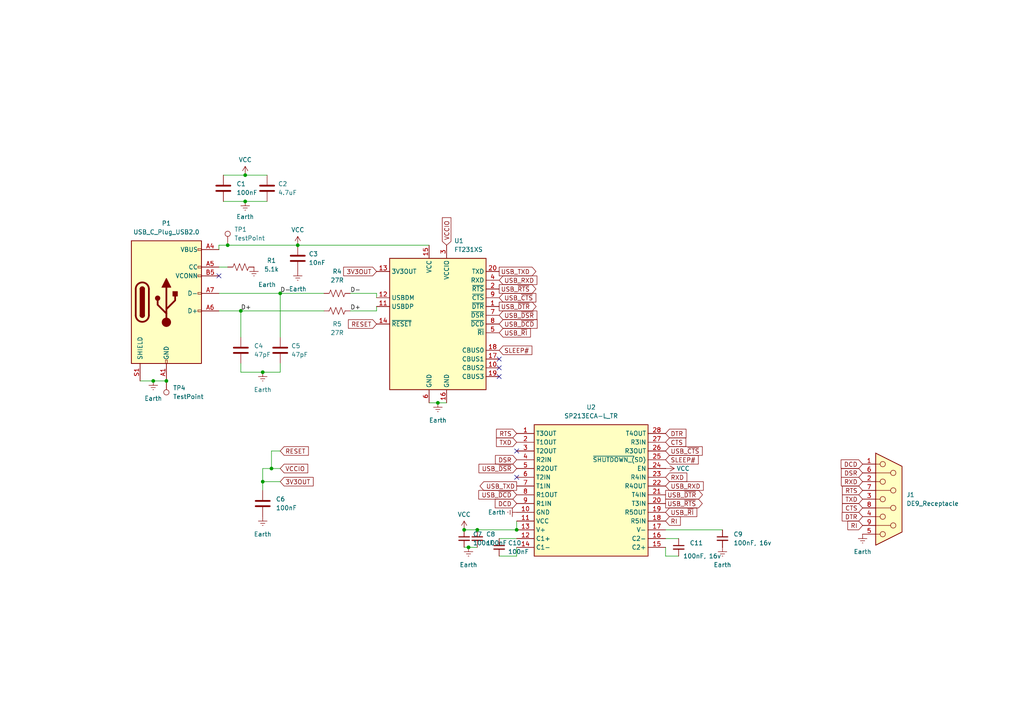
<source format=kicad_sch>
(kicad_sch (version 20231120) (generator "eeschema") (generator_version "8.0")
  (paper "A4")
  (lib_symbols
    (symbol "Connector:DE9_Receptacle" (pin_names (offset 1.016) hide)
      (property "Reference" "J1" (at 5.08 1.2701 0))
      (property "Value" "DE9_Receptacle" (at 5.08 -1.2699 0))
      (symbol "DE9_Receptacle_0_1"
        (circle (center -1.778 -10.16) (radius 0.762))
        (circle (center -1.778 -5.08) (radius 0.762))
        (circle (center -1.778 0) (radius 0.762))
        (circle (center -1.778 5.08) (radius 0.762))
        (circle (center -1.778 10.16) (radius 0.762))
        (polyline (pts (xy -3.81 -10.16) (xy -2.54 -10.16)))
        (polyline (pts (xy -3.81 -7.62) (xy 0.508 -7.62)))
        (polyline (pts (xy -3.81 -5.08) (xy -2.54 -5.08)))
        (polyline (pts (xy -3.81 -2.54) (xy 0.508 -2.54)))
        (polyline (pts (xy -3.81 0) (xy -2.54 0)))
        (polyline (pts (xy -3.81 2.54) (xy 0.508 2.54)))
        (polyline (pts (xy -3.81 5.08) (xy -2.54 5.08)))
        (polyline (pts (xy -3.81 7.62) (xy 0.508 7.62)))
        (polyline (pts (xy -3.81 10.16) (xy -2.54 10.16)))
        (polyline (pts (xy -3.81 13.335) (xy -3.81 -13.335) (xy 3.81 -9.525) (xy 3.81 9.525) (xy -3.81 13.335)) (stroke (width 0.254)) (fill (type background)))
        (circle (center 1.27 -7.62) (radius 0.762))
        (circle (center 1.27 -2.54) (radius 0.762))
        (circle (center 1.27 2.54) (radius 0.762))
        (circle (center 1.27 7.62) (radius 0.762))
      )
      (symbol "DE9_Receptacle_1_1"
        (pin passive line (at -7.62 10.16 0) (length 3.81) (name "1") (number "1"))
        (pin passive line (at -7.62 -10.16 0) (length 3.81) hide (name "5") (number "10"))
        (pin passive line (at -7.62 -10.16 0) (length 3.81) hide (name "5") (number "11"))
        (pin passive line (at -7.62 5.08 0) (length 3.81) (name "2") (number "2"))
        (pin passive line (at -7.62 0 0) (length 3.81) (name "3") (number "3"))
        (pin passive line (at -7.62 -5.08 0) (length 3.81) (name "4") (number "4"))
        (pin passive line (at -7.62 -10.16 0) (length 3.81) (name "5") (number "5"))
        (pin passive line (at -7.62 7.62 0) (length 3.81) (name "6") (number "6"))
        (pin passive line (at -7.62 2.54 0) (length 3.81) (name "7") (number "7"))
        (pin passive line (at -7.62 -2.54 0) (length 3.81) (name "8") (number "8"))
        (pin passive line (at -7.62 -7.62 0) (length 3.81) (name "9") (number "9"))
      )
    )
    (symbol "Connector:TestPoint" (pin_numbers hide) (pin_names (offset 0.762) hide)
      (property "Reference" "TP" (at 0 6.858 0))
      (property "Value" "TestPoint" (at 0 5.08 0))
      (symbol "TestPoint_0_1"
        (circle (center 0 3.302) (radius 0.762))
      )
      (symbol "TestPoint_1_1"
        (pin passive line (at 0 0 90) (length 2.54) (name "1") (number "1"))
      )
    )
    (symbol "Connector:USB_C_Plug_USB2.0" (pin_names (offset 1.016))
      (property "Reference" "P" (at -10.16 19.05 0))
      (property "Value" "USB_C_Plug_USB2.0" (at 12.7 19.05 0))
      (symbol "USB_C_Plug_USB2.0_0_0"
        (rectangle (start -0.254 -17.78) (end 0.254 -16.764))
        (rectangle (start 10.16 -2.286) (end 9.144 -2.794))
        (rectangle (start 10.16 2.794) (end 9.144 2.286))
        (rectangle (start 10.16 7.874) (end 9.144 7.366))
        (rectangle (start 10.16 10.414) (end 9.144 9.906))
        (rectangle (start 10.16 15.494) (end 9.144 14.986))
      )
      (symbol "USB_C_Plug_USB2.0_0_1"
        (rectangle (start -10.16 17.78) (end 10.16 -17.78) (stroke (width 0.254)) (fill (type background)))
        (arc (start -8.89 -3.81) (mid -6.985 -5.7067) (end -5.08 -3.81) (stroke (width 0.508)))
        (arc (start -7.62 -3.81) (mid -6.985 -4.4423) (end -6.35 -3.81) (stroke (width 0.254)))
        (arc (start -7.62 -3.81) (mid -6.985 -4.4423) (end -6.35 -3.81) (stroke (width 0.254)) (fill (type outline)))
        (rectangle (start -7.62 -3.81) (end -6.35 3.81) (stroke (width 0.254)) (fill (type outline)))
        (arc (start -6.35 3.81) (mid -6.985 4.4423) (end -7.62 3.81) (stroke (width 0.254)))
        (arc (start -6.35 3.81) (mid -6.985 4.4423) (end -7.62 3.81) (stroke (width 0.254)) (fill (type outline)))
        (arc (start -5.08 3.81) (mid -6.985 5.7067) (end -8.89 3.81) (stroke (width 0.508)))
        (circle (center -2.54 1.143) (radius 0.635) (stroke (width 0.254)) (fill (type outline)))
        (circle (center 0 -5.842) (radius 1.27) (fill (type outline)))
        (polyline (pts (xy -8.89 -3.81) (xy -8.89 3.81)) (stroke (width 0.508)))
        (polyline (pts (xy -5.08 3.81) (xy -5.08 -3.81)) (stroke (width 0.508)))
        (polyline (pts (xy 0 -5.842) (xy 0 4.318)) (stroke (width 0.508)))
        (polyline (pts (xy 0 -3.302) (xy -2.54 -0.762) (xy -2.54 0.508)) (stroke (width 0.508)))
        (polyline (pts (xy 0 -2.032) (xy 2.54 0.508) (xy 2.54 1.778)) (stroke (width 0.508)))
        (polyline (pts (xy -1.27 4.318) (xy 0 6.858) (xy 1.27 4.318) (xy -1.27 4.318)) (stroke (width 0.254)) (fill (type outline)))
        (rectangle (start 1.905 1.778) (end 3.175 3.048) (stroke (width 0.254)) (fill (type outline)))
      )
      (symbol "USB_C_Plug_USB2.0_1_1"
        (pin passive line (at 0 -22.86 90) (length 5.08) (name "GND") (number "A1"))
        (pin passive line (at 0 -22.86 90) (length 5.08) hide (name "GND") (number "A12"))
        (pin passive line (at 15.24 15.24 180) (length 5.08) (name "VBUS") (number "A4"))
        (pin bidirectional line (at 15.24 10.16 180) (length 5.08) (name "CC") (number "A5"))
        (pin bidirectional line (at 15.24 -2.54 180) (length 5.08) (name "D+") (number "A6"))
        (pin bidirectional line (at 15.24 2.54 180) (length 5.08) (name "D-") (number "A7"))
        (pin passive line (at 15.24 15.24 180) (length 5.08) hide (name "VBUS") (number "A9"))
        (pin passive line (at 0 -22.86 90) (length 5.08) hide (name "GND") (number "B1"))
        (pin passive line (at 0 -22.86 90) (length 5.08) hide (name "GND") (number "B12"))
        (pin passive line (at 15.24 15.24 180) (length 5.08) hide (name "VBUS") (number "B4"))
        (pin bidirectional line (at 15.24 7.62 180) (length 5.08) (name "VCONN") (number "B5"))
        (pin passive line (at 15.24 15.24 180) (length 5.08) hide (name "VBUS") (number "B9"))
        (pin passive line (at -7.62 -22.86 90) (length 5.08) (name "SHIELD") (number "S1"))
      )
    )
    (symbol "DB9 RS232 Adapter:SP213ECA-L_TR"
      (property "Reference" "IC?" (at 21.59 6.985 0))
      (property "Value" "SP213ECA-L_TR" (at 21.59 4.445 0))
      (symbol "SP213ECA-L_TR_1_1"
        (rectangle (start 5.08 2.54) (end 38.1 -35.56) (stroke (width 0.254)) (fill (type background)))
        (pin passive line (at 0 0 0) (length 5.08) (name "T3OUT") (number "1"))
        (pin passive line (at 0 -22.86 0) (length 5.08) (name "GND") (number "10"))
        (pin passive line (at 0 -25.4 0) (length 5.08) (name "VCC") (number "11"))
        (pin passive line (at 0 -30.48 0) (length 5.08) (name "C1+") (number "12"))
        (pin passive line (at 0 -27.94 0) (length 5.08) (name "V+") (number "13"))
        (pin passive line (at 0 -33.02 0) (length 5.08) (name "C1-") (number "14"))
        (pin passive line (at 43.18 -33.02 180) (length 5.08) (name "C2+") (number "15"))
        (pin passive line (at 43.18 -30.48 180) (length 5.08) (name "C2-") (number "16"))
        (pin passive line (at 43.18 -27.94 180) (length 5.08) (name "V-") (number "17"))
        (pin passive line (at 43.18 -25.4 180) (length 5.08) (name "R5IN") (number "18"))
        (pin passive line (at 43.18 -22.86 180) (length 5.08) (name "R5OUT") (number "19"))
        (pin passive line (at 0 -2.54 0) (length 5.08) (name "T1OUT") (number "2"))
        (pin passive line (at 43.18 -20.32 180) (length 5.08) (name "T3IN") (number "20"))
        (pin passive line (at 43.18 -17.78 180) (length 5.08) (name "T4IN") (number "21"))
        (pin passive line (at 43.18 -15.24 180) (length 5.08) (name "R4OUT") (number "22"))
        (pin passive line (at 43.18 -12.7 180) (length 5.08) (name "R4IN") (number "23"))
        (pin passive line (at 43.18 -10.16 180) (length 5.08) (name "EN") (number "24"))
        (pin passive line (at 43.18 -7.62 180) (length 5.08) (name "~{SHUTDOWN_(}SD)") (number "25"))
        (pin passive line (at 43.18 -5.08 180) (length 5.08) (name "R3OUT") (number "26"))
        (pin passive line (at 43.18 -2.54 180) (length 5.08) (name "R3IN") (number "27"))
        (pin passive line (at 43.18 0 180) (length 5.08) (name "T4OUT") (number "28"))
        (pin passive line (at 0 -5.08 0) (length 5.08) (name "T2OUT") (number "3"))
        (pin passive line (at 0 -7.62 0) (length 5.08) (name "R2IN") (number "4"))
        (pin passive line (at 0 -10.16 0) (length 5.08) (name "R2OUT") (number "5"))
        (pin passive line (at 0 -12.7 0) (length 5.08) (name "T2IN") (number "6"))
        (pin passive line (at 0 -15.24 0) (length 5.08) (name "T1IN") (number "7"))
        (pin passive line (at 0 -17.78 0) (length 5.08) (name "R1OUT") (number "8"))
        (pin passive line (at 0 -20.32 0) (length 5.08) (name "R1IN") (number "9"))
      )
    )
    (symbol "Device:C" (pin_numbers hide) (pin_names (offset 0.254))
      (property "Reference" "C" (at 0.635 2.54 0))
      (property "Value" "C" (at 0.635 -2.54 0))
      (symbol "C_0_1"
        (polyline (pts (xy -2.032 -0.762) (xy 2.032 -0.762)) (stroke (width 0.508)))
        (polyline (pts (xy -2.032 0.762) (xy 2.032 0.762)) (stroke (width 0.508)))
      )
      (symbol "C_1_1"
        (pin passive line (at 0 3.81 270) (length 2.794) (name "~") (number "1"))
        (pin passive line (at 0 -3.81 90) (length 2.794) (name "~") (number "2"))
      )
    )
    (symbol "Device:C_Small" (pin_numbers hide) (pin_names (offset 0.254) hide)
      (property "Reference" "C" (at 0.254 1.778 0))
      (property "Value" "C_Small" (at 0.254 -2.032 0))
      (symbol "C_Small_0_1"
        (polyline (pts (xy -1.524 -0.508) (xy 1.524 -0.508)) (stroke (width 0.3302)))
        (polyline (pts (xy -1.524 0.508) (xy 1.524 0.508)) (stroke (width 0.3048)))
      )
      (symbol "C_Small_1_1"
        (pin passive line (at 0 2.54 270) (length 2.032) (name "~") (number "1"))
        (pin passive line (at 0 -2.54 90) (length 2.032) (name "~") (number "2"))
      )
    )
    (symbol "Device:R_US" (pin_numbers hide) (pin_names (offset 0))
      (property "Reference" "R" (at 2.54 0 90))
      (property "Value" "R_US" (at -2.54 0 90))
      (symbol "R_US_0_1"
        (polyline (pts (xy 0 -2.286) (xy 0 -2.54)))
        (polyline (pts (xy 0 2.286) (xy 0 2.54)))
        (polyline (pts (xy 0 -0.762) (xy 1.016 -1.143) (xy 0 -1.524) (xy -1.016 -1.905) (xy 0 -2.286)))
        (polyline (pts (xy 0 0.762) (xy 1.016 0.381) (xy 0 0) (xy -1.016 -0.381) (xy 0 -0.762)))
        (polyline (pts (xy 0 2.286) (xy 1.016 1.905) (xy 0 1.524) (xy -1.016 1.143) (xy 0 0.762)))
      )
      (symbol "R_US_1_1"
        (pin passive line (at 0 3.81 270) (length 1.27) (name "~") (number "1"))
        (pin passive line (at 0 -3.81 90) (length 1.27) (name "~") (number "2"))
      )
    )
    (symbol "Interface_USB:FT231XS"
      (property "Reference" "U" (at -13.97 20.32 0))
      (property "Value" "FT231XS" (at 7.62 20.32 0))
      (symbol "FT231XS_0_1"
        (rectangle (start -13.97 19.05) (end 13.97 -19.05) (stroke (width 0.254)) (fill (type background)))
      )
      (symbol "FT231XS_1_1"
        (pin output line (at 17.78 5.08 180) (length 3.81) (name "~{DTR}") (number "1"))
        (pin bidirectional line (at 17.78 -12.7 180) (length 3.81) (name "CBUS2") (number "10"))
        (pin bidirectional line (at -17.78 5.08 0) (length 3.81) (name "USBDP") (number "11"))
        (pin bidirectional line (at -17.78 7.62 0) (length 3.81) (name "USBDM") (number "12"))
        (pin power_out line (at -17.78 15.24 0) (length 3.81) (name "3V3OUT") (number "13"))
        (pin input line (at -17.78 0 0) (length 3.81) (name "~{RESET}") (number "14"))
        (pin power_in line (at -2.54 22.86 270) (length 3.81) (name "VCC") (number "15"))
        (pin power_in line (at 2.54 -22.86 90) (length 3.81) (name "GND") (number "16"))
        (pin bidirectional line (at 17.78 -10.16 180) (length 3.81) (name "CBUS1") (number "17"))
        (pin bidirectional line (at 17.78 -7.62 180) (length 3.81) (name "CBUS0") (number "18"))
        (pin bidirectional line (at 17.78 -15.24 180) (length 3.81) (name "CBUS3") (number "19"))
        (pin output line (at 17.78 10.16 180) (length 3.81) (name "~{RTS}") (number "2"))
        (pin output line (at 17.78 15.24 180) (length 3.81) (name "TXD") (number "20"))
        (pin power_in line (at 2.54 22.86 270) (length 3.81) (name "VCCIO") (number "3"))
        (pin input line (at 17.78 12.7 180) (length 3.81) (name "RXD") (number "4"))
        (pin input line (at 17.78 -2.54 180) (length 3.81) (name "~{RI}") (number "5"))
        (pin power_in line (at -2.54 -22.86 90) (length 3.81) (name "GND") (number "6"))
        (pin input line (at 17.78 2.54 180) (length 3.81) (name "~{DSR}") (number "7"))
        (pin input line (at 17.78 0 180) (length 3.81) (name "~{DCD}") (number "8"))
        (pin input line (at 17.78 7.62 180) (length 3.81) (name "~{CTS}") (number "9"))
      )
    )
    (symbol "power:Earth" (power) (pin_numbers hide) (pin_names (offset 0) hide)
      (property "Value" "Earth" (at 0 -3.81 0))
      (symbol "Earth_0_1"
        (polyline (pts (xy -0.635 -1.905) (xy 0.635 -1.905)))
        (polyline (pts (xy -0.127 -2.54) (xy 0.127 -2.54)))
        (polyline (pts (xy 0 -1.27) (xy 0 0)))
        (polyline (pts (xy 1.27 -1.27) (xy -1.27 -1.27)))
      )
      (symbol "Earth_1_1"
        (pin power_in line (at 0 0 270) (length 0) (name "~") (number "1"))
      )
    )
    (symbol "power:VCC" (power) (pin_numbers hide) (pin_names (offset 0) hide)
      (property "Value" "VCC" (at 0 3.556 0))
      (symbol "VCC_0_1"
        (polyline (pts (xy -0.762 1.27) (xy 0 2.54)))
        (polyline (pts (xy 0 0) (xy 0 2.54)))
        (polyline (pts (xy 0 2.54) (xy 0.762 1.27)))
      )
      (symbol "VCC_1_1"
        (pin power_in line (at 0 0 90) (length 0) (name "~") (number "1"))
      )
    )
  )
  (junction (at 66.04 71.12))
  (junction (at 76.2 107.95))
  (junction (at 81.28 85.09))
  (junction (at 78.74 135.89))
  (junction (at 134.62 153.67))
  (junction (at 149.86 153.67))
  (junction (at 48.26 110.49))
  (junction (at 69.85 90.17))
  (junction (at 71.12 50.8))
  (junction (at 138.43 153.67))
  (junction (at 71.12 58.42))
  (junction (at 86.36 71.12))
  (junction (at 76.2 139.7))
  (junction (at 44.45 110.49))
  (junction (at 135.89 158.75))
  (junction (at 127 116.84))
  (no_connect (at 144.78 104.14))
  (no_connect (at 149.86 138.43))
  (no_connect (at 63.5 80.01))
  (no_connect (at 149.86 130.81))
  (no_connect (at 144.78 109.22))
  (no_connect (at 144.78 106.68))
  (wire (pts (xy 129.54 116.84) (xy 127 116.84)))
  (wire (pts (xy 193.04 161.29) (xy 193.04 158.75)))
  (wire (pts (xy 81.28 107.95) (xy 76.2 107.95)))
  (wire (pts (xy 138.43 153.67) (xy 149.86 153.67)))
  (wire (pts (xy 149.86 151.13) (xy 149.86 153.67)))
  (wire (pts (xy 149.86 158.75) (xy 149.86 161.29)))
  (wire (pts (xy 81.28 135.89) (xy 78.74 135.89)))
  (wire (pts (xy 71.12 50.8) (xy 64.77 50.8)))
  (wire (pts (xy 63.5 85.09) (xy 81.28 85.09)))
  (wire (pts (xy 63.5 71.12) (xy 66.04 71.12)))
  (wire (pts (xy 81.28 85.09) (xy 81.28 97.79)))
  (wire (pts (xy 109.22 88.9) (xy 109.22 90.17)))
  (wire (pts (xy 71.12 50.8) (xy 77.47 50.8)))
  (wire (pts (xy 81.28 130.81) (xy 78.74 130.81)))
  (wire (pts (xy 44.45 110.49) (xy 48.26 110.49)))
  (wire (pts (xy 81.28 85.09) (xy 93.98 85.09)))
  (wire (pts (xy 149.86 161.29) (xy 144.78 161.29)))
  (wire (pts (xy 64.77 58.42) (xy 71.12 58.42)))
  (wire (pts (xy 76.2 135.89) (xy 76.2 139.7)))
  (wire (pts (xy 81.28 139.7) (xy 76.2 139.7)))
  (wire (pts (xy 134.62 158.75) (xy 135.89 158.75)))
  (wire (pts (xy 127 116.84) (xy 124.46 116.84)))
  (wire (pts (xy 66.04 71.12) (xy 86.36 71.12)))
  (wire (pts (xy 71.12 58.42) (xy 77.47 58.42)))
  (wire (pts (xy 101.6 85.09) (xy 109.22 85.09)))
  (wire (pts (xy 144.78 156.21) (xy 149.86 156.21)))
  (wire (pts (xy 135.89 158.75) (xy 138.43 158.75)))
  (wire (pts (xy 193.04 153.67) (xy 209.55 153.67)))
  (wire (pts (xy 63.5 71.12) (xy 63.5 72.39)))
  (wire (pts (xy 69.85 107.95) (xy 69.85 105.41)))
  (wire (pts (xy 193.04 156.21) (xy 196.85 156.21)))
  (wire (pts (xy 69.85 90.17) (xy 93.98 90.17)))
  (wire (pts (xy 134.62 153.67) (xy 138.43 153.67)))
  (wire (pts (xy 69.85 97.79) (xy 69.85 90.17)))
  (wire (pts (xy 63.5 90.17) (xy 69.85 90.17)))
  (wire (pts (xy 78.74 130.81) (xy 78.74 135.89)))
  (wire (pts (xy 78.74 135.89) (xy 76.2 135.89)))
  (wire (pts (xy 109.22 85.09) (xy 109.22 86.36)))
  (wire (pts (xy 76.2 139.7) (xy 76.2 142.24)))
  (wire (pts (xy 124.46 71.12) (xy 86.36 71.12)))
  (wire (pts (xy 40.64 110.49) (xy 44.45 110.49)))
  (wire (pts (xy 76.2 107.95) (xy 69.85 107.95)))
  (wire (pts (xy 81.28 105.41) (xy 81.28 107.95)))
  (wire (pts (xy 196.85 161.29) (xy 193.04 161.29)))
  (wire (pts (xy 63.5 77.47) (xy 66.04 77.47)))
  (wire (pts (xy 101.6 90.17) (xy 109.22 90.17)))
  (label "D-" (at 81.28 85.09 0))
  (label "D-" (at 101.6 85.09 0))
  (label "D+" (at 69.85 90.17 0))
  (label "D+" (at 101.6 90.17 0))
  (global_label "RESET" (shape input) (at 109.22 93.98 180) (property "Intersheetrefs" "${INTERSHEET_REFS}" (effects (hide yes))))
  (global_label "USB_~{DCD}" (shape input) (at 149.86 143.51 180) (property "Intersheetrefs" "${INTERSHEET_REFS}" (effects (hide yes))))
  (global_label "USB_TXD" (shape output) (at 144.78 78.74 0) (property "Intersheetrefs" "${INTERSHEET_REFS}" (effects (hide yes))))
  (global_label "VCCIO" (shape input) (at 81.28 135.89 0) (property "Intersheetrefs" "${INTERSHEET_REFS}" (effects (hide yes))))
  (global_label "RXD" (shape input) (at 250.19 139.7 180) (property "Intersheetrefs" "${INTERSHEET_REFS}" (effects (hide yes))))
  (global_label "USB_~{DTR}" (shape output) (at 144.78 88.9 0) (property "Intersheetrefs" "${INTERSHEET_REFS}" (effects (hide yes))))
  (global_label "DCD" (shape input) (at 149.86 146.05 180) (property "Intersheetrefs" "${INTERSHEET_REFS}" (effects (hide yes))))
  (global_label "TXD" (shape input) (at 149.86 128.27 180) (property "Intersheetrefs" "${INTERSHEET_REFS}" (effects (hide yes))))
  (global_label "RI" (shape input) (at 250.19 152.4 180) (property "Intersheetrefs" "${INTERSHEET_REFS}" (effects (hide yes))))
  (global_label "RI" (shape input) (at 193.04 151.13 0) (property "Intersheetrefs" "${INTERSHEET_REFS}" (effects (hide yes))))
  (global_label "USB_~{RTS}" (shape output) (at 144.78 83.82 0) (property "Intersheetrefs" "${INTERSHEET_REFS}" (effects (hide yes))))
  (global_label "RTS" (shape input) (at 250.19 142.24 180) (property "Intersheetrefs" "${INTERSHEET_REFS}" (effects (hide yes))))
  (global_label "TXD" (shape input) (at 250.19 144.78 180) (property "Intersheetrefs" "${INTERSHEET_REFS}" (effects (hide yes))))
  (global_label "CTS" (shape input) (at 193.04 128.27 0) (property "Intersheetrefs" "${INTERSHEET_REFS}" (effects (hide yes))))
  (global_label "USB_~{DSR}" (shape input) (at 149.86 135.89 180) (property "Intersheetrefs" "${INTERSHEET_REFS}" (effects (hide yes))))
  (global_label "DCD" (shape input) (at 250.19 134.62 180) (property "Intersheetrefs" "${INTERSHEET_REFS}" (effects (hide yes))))
  (global_label "USB_~{DSR}" (shape input) (at 144.78 91.44 0) (property "Intersheetrefs" "${INTERSHEET_REFS}" (effects (hide yes))))
  (global_label "USB_~{CTS}" (shape input) (at 193.04 130.81 0) (property "Intersheetrefs" "${INTERSHEET_REFS}" (effects (hide yes))))
  (global_label "VCCIO" (shape input) (at 129.54 71.12 90) (property "Intersheetrefs" "${INTERSHEET_REFS}" (effects (hide yes))))
  (global_label "USB_RXD" (shape input) (at 144.78 81.28 0) (property "Intersheetrefs" "${INTERSHEET_REFS}" (effects (hide yes))))
  (global_label "USB_~{CTS}" (shape input) (at 144.78 86.36 0) (property "Intersheetrefs" "${INTERSHEET_REFS}" (effects (hide yes))))
  (global_label "DSR" (shape input) (at 149.86 133.35 180) (property "Intersheetrefs" "${INTERSHEET_REFS}" (effects (hide yes))))
  (global_label "DSR" (shape input) (at 250.19 137.16 180) (property "Intersheetrefs" "${INTERSHEET_REFS}" (effects (hide yes))))
  (global_label "SLEEP#" (shape input) (at 193.04 133.35 0) (property "Intersheetrefs" "${INTERSHEET_REFS}" (effects (hide yes))))
  (global_label "CTS" (shape input) (at 250.19 147.32 180) (property "Intersheetrefs" "${INTERSHEET_REFS}" (effects (hide yes))))
  (global_label "RXD" (shape input) (at 193.04 138.43 0) (property "Intersheetrefs" "${INTERSHEET_REFS}" (effects (hide yes))))
  (global_label "DTR" (shape input) (at 193.04 125.73 0) (property "Intersheetrefs" "${INTERSHEET_REFS}" (effects (hide yes))))
  (global_label "3V3OUT" (shape input) (at 109.22 78.74 180) (property "Intersheetrefs" "${INTERSHEET_REFS}" (effects (hide yes))))
  (global_label "USB_~{DTR}" (shape output) (at 193.04 143.51 0) (property "Intersheetrefs" "${INTERSHEET_REFS}" (effects (hide yes))))
  (global_label "SLEEP#" (shape input) (at 144.78 101.6 0) (property "Intersheetrefs" "${INTERSHEET_REFS}" (effects (hide yes))))
  (global_label "USB_TXD" (shape output) (at 149.86 140.97 180) (property "Intersheetrefs" "${INTERSHEET_REFS}" (effects (hide yes))))
  (global_label "USB_~{DCD}" (shape input) (at 144.78 93.98 0) (property "Intersheetrefs" "${INTERSHEET_REFS}" (effects (hide yes))))
  (global_label "DTR" (shape input) (at 250.19 149.86 180) (property "Intersheetrefs" "${INTERSHEET_REFS}" (effects (hide yes))))
  (global_label "USB_RXD" (shape input) (at 193.04 140.97 0) (property "Intersheetrefs" "${INTERSHEET_REFS}" (effects (hide yes))))
  (global_label "USB_~{RI}" (shape input) (at 144.78 96.52 0) (property "Intersheetrefs" "${INTERSHEET_REFS}" (effects (hide yes))))
  (global_label "3V3OUT" (shape input) (at 81.28 139.7 0) (property "Intersheetrefs" "${INTERSHEET_REFS}" (effects (hide yes))))
  (global_label "USB_~{RTS}" (shape output) (at 193.04 146.05 0) (property "Intersheetrefs" "${INTERSHEET_REFS}" (effects (hide yes))))
  (global_label "RESET" (shape input) (at 81.28 130.81 0) (property "Intersheetrefs" "${INTERSHEET_REFS}" (effects (hide yes))))
  (global_label "RTS" (shape input) (at 149.86 125.73 180) (property "Intersheetrefs" "${INTERSHEET_REFS}" (effects (hide yes))))
  (global_label "USB_~{RI}" (shape input) (at 193.04 148.59 0) (property "Intersheetrefs" "${INTERSHEET_REFS}" (effects (hide yes))))
  (symbol (lib_id "power:Earth") (at 86.36 78.74 0) (unit 1)
    (property "Reference" "#PWR06" (effects (hide yes)))
    (property "Value" "Earth" (at 86.36 83.82 0))
    (property "Description" "Power symbol creates a global label with name \"Earth\"" (effects (hide yes)))
  )
  (symbol (lib_id "power:VCC") (at 86.36 71.12 0) (unit 1)
    (property "Reference" "#PWR03" (effects (hide yes)))
    (property "Value" "VCC" (at 86.36 66.675 0))
    (property "Description" "Power symbol creates a global label with name \"VCC\"" (effects (hide yes)))
  )
  (symbol (lib_id "Connector:TestPoint") (at 66.04 71.12 0) (unit 1)
    (property "Reference" "TP1" (at 67.945 66.5479 0) (effects (justify left)))
    (property "Value" "TestPoint" (at 67.945 69.0879 0) (effects (justify left)))
    (property "Footprint" "TestPoint:TestPoint_Pad_D2.0mm" (effects (hide yes)))
    (property "Description" "test point" (effects (hide yes)))
  )
  (symbol (lib_id "Device:C") (at 64.77 54.61 0) (unit 1)
    (property "Reference" "C1" (at 68.58 53.3399 0) (effects (justify left)))
    (property "Value" "100nF" (at 68.58 55.8799 0) (effects (justify left)))
    (property "Footprint" "Capacitor_SMD:C_0402_1005Metric" (effects (hide yes)))
    (property "Description" "Unpolarized capacitor" (effects (hide yes)))
  )
  (symbol (lib_id "power:Earth") (at 44.45 110.49 0) (unit 1)
    (property "Reference" "#PWR08" (effects (hide yes)))
    (property "Value" "Earth" (at 44.45 115.57 0))
    (property "Description" "Power symbol creates a global label with name \"Earth\"" (effects (hide yes)))
  )
  (symbol (lib_id "Device:C_Small") (at 209.55 156.21 0) (unit 1)
    (property "Reference" "C9" (at 212.725 154.9462 0) (effects (justify left)))
    (property "Value" "100nF, 16v" (at 212.725 157.4862 0) (effects (justify left)))
    (property "Footprint" "Capacitor_SMD:C_0402_1005Metric" (effects (hide yes)))
    (property "Description" "Unpolarized capacitor, small symbol" (effects (hide yes)))
  )
  (symbol (lib_id "Device:C") (at 76.2 146.05 0) (unit 1)
    (property "Reference" "C6" (at 80.01 144.7799 0) (effects (justify left)))
    (property "Value" "100nF" (at 80.01 147.3199 0) (effects (justify left)))
    (property "Footprint" "Capacitor_SMD:C_0402_1005Metric" (effects (hide yes)))
    (property "Description" "Unpolarized capacitor" (effects (hide yes)))
  )
  (symbol (lib_id "power:VCC") (at 134.62 153.67 0) (unit 1)
    (property "Reference" "#PWR013" (effects (hide yes)))
    (property "Value" "VCC" (at 134.62 149.225 0))
    (property "Description" "Power symbol creates a global label with name \"VCC\"" (effects (hide yes)))
  )
  (symbol (lib_id "Device:C") (at 86.36 74.93 0) (unit 1)
    (property "Reference" "C3" (at 89.535 73.6599 0) (effects (justify left)))
    (property "Value" "10nF" (at 89.535 76.1999 0) (effects (justify left)))
    (property "Footprint" "Capacitor_SMD:C_0402_1005Metric" (effects (hide yes)))
    (property "Description" "Unpolarized capacitor" (effects (hide yes)))
  )
  (symbol (lib_id "Connector:DE9_Receptacle") (at 257.81 144.78 0) (unit 1)
    (property "Reference" "J1" (at 262.89 143.5099 0) (effects (justify left)))
    (property "Value" "DE9_Receptacle" (at 262.89 146.0499 0) (effects (justify left)))
    (property "Footprint" "DB9 RS232 Adapter:CONN9_K31X_KYC" (effects (hide yes)))
    (property "Datasheet" " ~" (effects (hide yes)))
    (property "Description" "9-pin female receptacle socket D-SUB connector" (effects (hide yes)))
  )
  (symbol (lib_id "Device:R_US") (at 69.85 77.47 90) (unit 1)
    (property "Reference" "R1" (at 78.74 75.565 90))
    (property "Value" "5.1k" (at 78.74 78.105 90))
    (property "Footprint" "Resistor_SMD:R_0402_1005Metric" (effects (hide yes)))
    (property "Description" "Resistor, US symbol" (effects (hide yes)))
  )
  (symbol (lib_id "power:Earth") (at 250.19 154.94 0) (unit 1)
    (property "Reference" "#PWR014" (effects (hide yes)))
    (property "Value" "Earth" (at 250.19 160.02 0))
    (property "Description" "Power symbol creates a global label with name \"Earth\"" (effects (hide yes)))
  )
  (symbol (lib_id "power:Earth") (at 135.89 158.75 0) (unit 1)
    (property "Reference" "#PWR015" (effects (hide yes)))
    (property "Value" "Earth" (at 135.89 163.83 0))
    (property "Description" "Power symbol creates a global label with name \"Earth\"" (effects (hide yes)))
  )
  (symbol (lib_id "Device:C_Small") (at 138.43 156.21 0) (unit 1)
    (property "Reference" "C8" (at 140.97 154.9462 0) (effects (justify left)))
    (property "Value" "100nF" (at 140.97 157.4862 0) (effects (justify left)))
    (property "Footprint" "Capacitor_SMD:C_0402_1005Metric" (effects (hide yes)))
    (property "Description" "Unpolarized capacitor, small symbol" (effects (hide yes)))
  )
  (symbol (lib_id "Connector:USB_C_Plug_USB2.0") (at 48.26 87.63 0) (unit 1)
    (property "Reference" "P1" (at 48.26 64.77 0))
    (property "Value" "USB_C_Plug_USB2.0" (at 48.26 67.31 0))
    (property "Footprint" "DB9 RS232 Adapter:USB_C_Plug_Molex_105444" (effects (hide yes)))
    (property "Datasheet" "https://www.usb.org/sites/default/files/documents/usb_type-c.zip" (effects (hide yes)))
    (property "Description" "USB 2.0-only Type-C Plug connector" (effects (hide yes)))
  )
  (symbol (lib_id "Connector:TestPoint") (at 48.26 110.49 180) (unit 1)
    (property "Reference" "TP4" (at 50.165 112.5219 0) (effects (justify right)))
    (property "Value" "TestPoint" (at 50.165 115.0619 0) (effects (justify right)))
    (property "Footprint" "TestPoint:TestPoint_Pad_D2.0mm" (effects (hide yes)))
    (property "Description" "test point" (effects (hide yes)))
  )
  (symbol (lib_id "power:Earth") (at 71.12 58.42 0) (unit 1)
    (property "Reference" "#PWR02" (effects (hide yes)))
    (property "Value" "Earth" (at 71.12 62.865 0))
    (property "Description" "Power symbol creates a global label with name \"Earth\"" (effects (hide yes)))
  )
  (symbol (lib_id "power:Earth") (at 149.86 148.59 270) (unit 1)
    (property "Reference" "#PWR011" (effects (hide yes)))
    (property "Value" "Earth" (at 146.685 148.5899 90) (effects (justify right)))
    (property "Description" "Power symbol creates a global label with name \"Earth\"" (effects (hide yes)))
  )
  (symbol (lib_id "Device:C") (at 77.47 54.61 0) (unit 1)
    (property "Reference" "C2" (at 80.645 53.3399 0) (effects (justify left)))
    (property "Value" "4.7uF" (at 80.645 55.8799 0) (effects (justify left)))
    (property "Footprint" "Capacitor_SMD:C_0402_1005Metric" (effects (hide yes)))
    (property "Description" "Unpolarized capacitor" (effects (hide yes)))
  )
  (symbol (lib_id "Device:R_US") (at 97.79 85.09 270) (unit 1)
    (property "Reference" "R4" (at 97.79 78.74 90))
    (property "Value" "27R" (at 97.79 81.28 90))
    (property "Footprint" "Resistor_SMD:R_0603_1608Metric" (effects (hide yes)))
    (property "Description" "Resistor, US symbol" (effects (hide yes)))
  )
  (symbol (lib_id "Device:C_Small") (at 196.85 158.75 0) (unit 1)
    (property "Reference" "C11" (at 200.025 157.4862 0) (effects (justify left)))
    (property "Value" "100nF, 16v" (at 198.12 161.29 0) (effects (justify left)))
    (property "Footprint" "Capacitor_SMD:C_0402_1005Metric" (effects (hide yes)))
    (property "Description" "Unpolarized capacitor, small symbol" (effects (hide yes)))
  )
  (symbol (lib_id "power:Earth") (at 127 116.84 0) (unit 1)
    (property "Reference" "#PWR09" (effects (hide yes)))
    (property "Value" "Earth" (at 127 121.92 0))
    (property "Description" "Power symbol creates a global label with name \"Earth\"" (effects (hide yes)))
  )
  (symbol (lib_id "Device:R_US") (at 97.79 90.17 270) (unit 1)
    (property "Reference" "R5" (at 97.79 93.98 90))
    (property "Value" "27R" (at 97.79 96.52 90))
    (property "Footprint" "Resistor_SMD:R_0603_1608Metric" (effects (hide yes)))
    (property "Description" "Resistor, US symbol" (effects (hide yes)))
  )
  (symbol (lib_id "power:VCC") (at 193.04 135.89 270) (unit 1)
    (property "Reference" "#PWR010" (effects (hide yes)))
    (property "Value" "VCC" (at 196.215 135.8899 90) (effects (justify left)))
    (property "Description" "Power symbol creates a global label with name \"VCC\"" (effects (hide yes)))
  )
  (symbol (lib_id "Device:C_Small") (at 144.78 158.75 0) (unit 1)
    (property "Reference" "C10" (at 147.32 157.4862 0) (effects (justify left)))
    (property "Value" "100nF" (at 147.32 160.0262 0) (effects (justify left)))
    (property "Footprint" "Capacitor_SMD:C_0402_1005Metric" (effects (hide yes)))
    (property "Description" "Unpolarized capacitor, small symbol" (effects (hide yes)))
  )
  (symbol (lib_id "Device:C") (at 69.85 101.6 0) (unit 1)
    (property "Reference" "C4" (at 73.66 100.3299 0) (effects (justify left)))
    (property "Value" "47pF" (at 73.66 102.8699 0) (effects (justify left)))
    (property "Footprint" "Capacitor_SMD:C_0402_1005Metric" (effects (hide yes)))
    (property "Description" "Unpolarized capacitor" (effects (hide yes)))
  )
  (symbol (lib_id "Device:C") (at 81.28 101.6 0) (unit 1)
    (property "Reference" "C5" (at 84.455 100.3299 0) (effects (justify left)))
    (property "Value" "47pF" (at 84.455 102.8699 0) (effects (justify left)))
    (property "Footprint" "Capacitor_SMD:C_0402_1005Metric" (effects (hide yes)))
    (property "Description" "Unpolarized capacitor" (effects (hide yes)))
  )
  (symbol (lib_id "power:Earth") (at 76.2 107.95 0) (unit 1)
    (property "Reference" "#PWR07" (effects (hide yes)))
    (property "Value" "Earth" (at 76.2 113.03 0))
    (property "Description" "Power symbol creates a global label with name \"Earth\"" (effects (hide yes)))
  )
  (symbol (lib_id "power:Earth") (at 73.66 77.47 0) (unit 1)
    (property "Reference" "#PWR05" (effects (hide yes)))
    (property "Value" "Earth" (at 77.47 82.55 0))
    (property "Description" "Power symbol creates a global label with name \"Earth\"" (effects (hide yes)))
  )
  (symbol (lib_id "power:Earth") (at 209.55 158.75 0) (unit 1)
    (property "Reference" "#PWR016" (effects (hide yes)))
    (property "Value" "Earth" (at 209.55 163.83 0))
    (property "Description" "Power symbol creates a global label with name \"Earth\"" (effects (hide yes)))
  )
  (symbol (lib_id "Device:C_Small") (at 134.62 156.21 0) (unit 1)
    (property "Reference" "C7" (at 137.16 154.9462 0) (effects (justify left)))
    (property "Value" "100nF" (at 137.16 157.4862 0) (effects (justify left)))
    (property "Footprint" "Capacitor_SMD:C_0402_1005Metric" (effects (hide yes)))
    (property "Description" "Unpolarized capacitor, small symbol" (effects (hide yes)))
  )
  (symbol (lib_id "power:VCC") (at 71.12 50.8 0) (unit 1)
    (property "Reference" "#PWR01" (effects (hide yes)))
    (property "Value" "VCC" (at 71.12 46.355 0))
    (property "Description" "Power symbol creates a global label with name \"VCC\"" (effects (hide yes)))
  )
  (symbol (lib_id "Interface_USB:FT231XS") (at 127 93.98 0) (unit 1)
    (property "Reference" "U1" (at 131.7341 69.85 0) (effects (justify left)))
    (property "Value" "FT231XS" (at 131.7341 72.39 0) (effects (justify left)))
    (property "Footprint" "Package_SO:SSOP-20_3.9x8.7mm_P0.635mm" (effects (hide yes)))
    (property "Datasheet" "https://www.ftdichip.com/Support/Documents/DataSheets/ICs/DS_FT231X.pdf" (effects (hide yes)))
    (property "Description" "Full Speed USB to Full Handshake UART, SSOP-20" (effects (hide yes)))
  )
  (symbol (lib_id "DB9 RS232 Adapter:SP213ECA-L_TR") (at 149.86 125.73 0) (unit 1)
    (property "Reference" "U2" (at 171.45 118.11 0))
    (property "Value" "SP213ECA-L_TR" (at 171.45 120.65 0))
    (property "Footprint" "DB9 RS232 Adapter:SOP65P780X200-28N" (effects (hide yes)))
    (property "Datasheet" "https://www.maxlinear.com/ds/sp208e_sp211e_sp213e.pdf" (effects (hide yes)))
    (property "Description" "RS-232 Interface IC 5V 4-DRVR/5-RCVR RS-232 0-70C" (effects (hide yes)))
    (property "Height" "2" (effects (hide yes)))
    (property "Manufacturer_Name" "MaxLinear, Inc." (effects (hide yes)))
    (property "Manufacturer_Part_Number" "SP213ECA-L/TR" (effects (hide yes)))
    (property "Mouser Part Number" "701-SP213ECA-L/TR" (effects (hide yes)))
    (property "Mouser Price/Stock" "https://www.mouser.co.uk/ProductDetail/MaxLinear/SP213ECA-L-TR?qs=Hy8V1%2FADhVI2Cuc5PrC9RQ%3D%3D" (effects (hide yes)))
    (property "Arrow Part Number" "SP213ECA-L/TR" (effects (hide yes)))
    (property "Arrow Price/Stock" "https://www.arrow.com/en/products/sp213eca-ltr/maxlinear-inc?region=nac" (effects (hide yes)))
  )
  (symbol (lib_id "power:Earth") (at 76.2 149.86 0) (unit 1)
    (property "Reference" "#PWR012" (effects (hide yes)))
    (property "Value" "Earth" (at 76.2 154.94 0))
    (property "Description" "Power symbol creates a global label with name \"Earth\"" (effects (hide yes)))
  )
)
</source>
